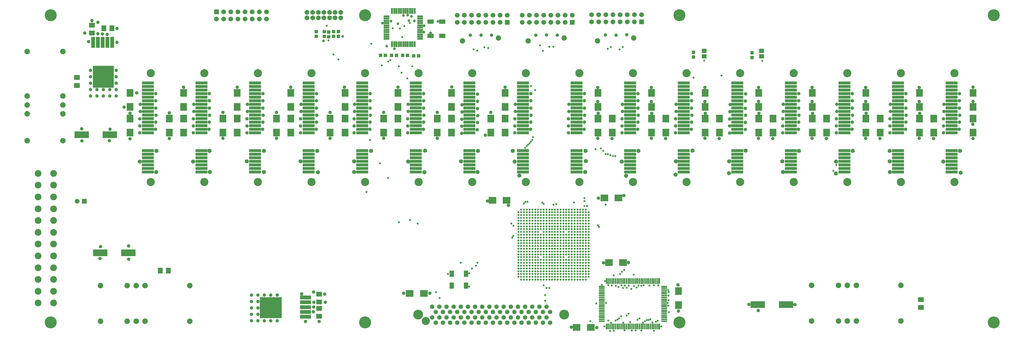
<source format=gts>
%FSLAX24Y24*%
%MOIN*%
G70*
G01*
G75*
G04 Layer_Color=8388736*
G04 Layer_Color=8388736*
%ADD10R,0.1024X0.0866*%
%ADD11C,0.0197*%
%ADD12R,0.0394X0.0433*%
%ADD13R,0.0433X0.0394*%
%ADD14R,0.0551X0.0787*%
%ADD15R,0.1575X0.0335*%
%ADD16R,0.0866X0.1024*%
%ADD17R,0.0197X0.0748*%
%ADD18R,0.0709X0.0630*%
%ADD19R,0.0630X0.0709*%
%ADD20R,0.0787X0.0551*%
%ADD21R,0.0709X0.0157*%
%ADD22R,0.0157X0.0709*%
%ADD23R,0.0748X0.0197*%
%ADD24R,0.1929X0.0898*%
%ADD25R,0.1929X0.0866*%
%ADD26R,0.3000X0.2900*%
%ADD27R,0.1500X0.0500*%
%ADD28R,0.2900X0.3000*%
%ADD29R,0.0500X0.1500*%
%ADD30R,0.0630X0.0512*%
%ADD31C,0.0060*%
%ADD32C,0.0110*%
%ADD33C,0.0080*%
%ADD34C,0.0160*%
%ADD35C,0.0240*%
%ADD36C,0.0300*%
%ADD37C,0.0180*%
%ADD38C,0.0200*%
%ADD39C,0.0100*%
%ADD40C,0.0140*%
%ADD41C,0.0120*%
%ADD42C,0.0591*%
%ADD43C,0.0700*%
%ADD44C,0.1600*%
%ADD45C,0.0669*%
%ADD46C,0.1063*%
%ADD47R,0.0591X0.0591*%
%ADD48C,0.0550*%
%ADD49C,0.1300*%
%ADD50C,0.0866*%
%ADD51C,0.0200*%
%ADD52C,0.0400*%
%ADD53C,0.0500*%
%ADD54C,0.0300*%
%ADD55R,0.0354X0.0276*%
%ADD56R,0.0276X0.0354*%
%ADD57R,0.0354X0.0945*%
%ADD58C,0.0098*%
%ADD59C,0.0079*%
%ADD60C,0.0040*%
%ADD61C,0.0070*%
%ADD62C,0.0150*%
%ADD63C,0.0600*%
%ADD64R,0.1104X0.0946*%
%ADD65C,0.0277*%
%ADD66R,0.0474X0.0513*%
%ADD67R,0.0513X0.0474*%
%ADD68R,0.0631X0.0867*%
%ADD69R,0.1655X0.0415*%
%ADD70R,0.0946X0.1104*%
%ADD71R,0.0277X0.0828*%
%ADD72R,0.0789X0.0710*%
%ADD73R,0.0710X0.0789*%
%ADD74R,0.0867X0.0631*%
%ADD75R,0.0789X0.0237*%
%ADD76R,0.0237X0.0789*%
%ADD77R,0.0828X0.0277*%
%ADD78R,0.2009X0.0978*%
%ADD79R,0.2009X0.0946*%
%ADD80R,0.3080X0.2980*%
%ADD81R,0.1580X0.0580*%
%ADD82R,0.2980X0.3080*%
%ADD83R,0.0580X0.1580*%
%ADD84R,0.0710X0.0592*%
%ADD85C,0.0671*%
%ADD86C,0.0780*%
%ADD87C,0.1680*%
%ADD88C,0.0749*%
%ADD89C,0.1143*%
%ADD90R,0.0671X0.0671*%
%ADD91C,0.0630*%
%ADD92C,0.1380*%
%ADD93C,0.0946*%
%ADD94C,0.0280*%
%ADD95C,0.0480*%
%ADD96C,0.0580*%
%ADD97C,0.0380*%
D64*
X103032Y40394D02*
D03*
X102402Y49449D02*
D03*
X104370D02*
D03*
X88701Y49134D02*
D03*
X86732D02*
D03*
X105000Y40394D02*
D03*
X77117Y36048D02*
D03*
X75148D02*
D03*
X100484Y31300D02*
D03*
X98516D02*
D03*
D65*
X91929Y40354D02*
D03*
X94685Y46654D02*
D03*
X95079Y38386D02*
D03*
X94291Y46654D02*
D03*
Y47047D02*
D03*
Y45866D02*
D03*
X95472Y38386D02*
D03*
X95866Y46654D02*
D03*
X96260Y47047D02*
D03*
X95866Y45866D02*
D03*
X95472D02*
D03*
X95079D02*
D03*
X94685D02*
D03*
X95472Y46260D02*
D03*
Y46654D02*
D03*
X94685Y37992D02*
D03*
X93898D02*
D03*
Y38386D02*
D03*
X96654Y38780D02*
D03*
X94291Y37992D02*
D03*
X95472Y45472D02*
D03*
X94685D02*
D03*
X95866Y45079D02*
D03*
X94685Y40748D02*
D03*
X94291Y40354D02*
D03*
X95079D02*
D03*
X94685D02*
D03*
X96260Y46260D02*
D03*
X94291D02*
D03*
Y38386D02*
D03*
X95866Y38780D02*
D03*
X94685Y39961D02*
D03*
X94291D02*
D03*
X97047Y40748D02*
D03*
X96654D02*
D03*
X96260D02*
D03*
X94291D02*
D03*
X93898D02*
D03*
X93504D02*
D03*
X93110D02*
D03*
X97441Y41142D02*
D03*
X96654D02*
D03*
X96260D02*
D03*
X95866D02*
D03*
X95079D02*
D03*
X94291D02*
D03*
X93898D02*
D03*
X93110D02*
D03*
X91142D02*
D03*
X97047Y41535D02*
D03*
X96654D02*
D03*
X95079D02*
D03*
X94685D02*
D03*
X94291D02*
D03*
X93898D02*
D03*
X93504D02*
D03*
X97047Y41929D02*
D03*
X96654D02*
D03*
X96260D02*
D03*
X95079D02*
D03*
X94685D02*
D03*
X94291D02*
D03*
X93898D02*
D03*
X93504D02*
D03*
X97047Y42323D02*
D03*
X95866D02*
D03*
X95079D02*
D03*
X94685D02*
D03*
X94291D02*
D03*
X93898D02*
D03*
X97047Y42717D02*
D03*
X95079D02*
D03*
X94685D02*
D03*
X94291D02*
D03*
X93898D02*
D03*
X93504D02*
D03*
X90354D02*
D03*
X97047Y43110D02*
D03*
X95079D02*
D03*
X94685D02*
D03*
X94291D02*
D03*
X93898D02*
D03*
X93504D02*
D03*
X92323D02*
D03*
X95866Y43504D02*
D03*
X95079D02*
D03*
X94685D02*
D03*
X94291D02*
D03*
X93898D02*
D03*
X93504D02*
D03*
X97047Y43898D02*
D03*
X96654D02*
D03*
X96260D02*
D03*
X95079D02*
D03*
X94685D02*
D03*
X94291D02*
D03*
X93898D02*
D03*
X93504D02*
D03*
X97047Y44291D02*
D03*
X96654D02*
D03*
X95079D02*
D03*
X94685D02*
D03*
X94291D02*
D03*
X93898D02*
D03*
X93504D02*
D03*
X96654Y44685D02*
D03*
X96260D02*
D03*
X95079D02*
D03*
X94685D02*
D03*
X94291D02*
D03*
X93898D02*
D03*
X91142D02*
D03*
X96654Y45079D02*
D03*
X96260D02*
D03*
X94291D02*
D03*
X92323Y45866D02*
D03*
X94685Y46260D02*
D03*
X93504Y47047D02*
D03*
X91142D02*
D03*
X90748Y47441D02*
D03*
X90354D02*
D03*
X95079Y37992D02*
D03*
X93504D02*
D03*
X93110D02*
D03*
X92717D02*
D03*
X90748D02*
D03*
X98622Y38386D02*
D03*
X97441D02*
D03*
X93504D02*
D03*
X93110D02*
D03*
X91929D02*
D03*
X90748D02*
D03*
X90354D02*
D03*
X93504Y38780D02*
D03*
X97441Y39567D02*
D03*
X94685D02*
D03*
X93110D02*
D03*
X99803Y39961D02*
D03*
X98622D02*
D03*
X92323D02*
D03*
X91929D02*
D03*
X90748D02*
D03*
X95079Y47835D02*
D03*
X90748D02*
D03*
X90354Y47047D02*
D03*
Y44291D02*
D03*
Y43898D02*
D03*
Y43110D02*
D03*
Y42323D02*
D03*
Y41929D02*
D03*
Y41535D02*
D03*
Y41142D02*
D03*
Y40748D02*
D03*
Y40354D02*
D03*
Y39961D02*
D03*
Y39567D02*
D03*
Y39173D02*
D03*
Y38780D02*
D03*
X90748Y47047D02*
D03*
Y46260D02*
D03*
Y43898D02*
D03*
Y42717D02*
D03*
Y42323D02*
D03*
Y41929D02*
D03*
Y41535D02*
D03*
Y41142D02*
D03*
Y40748D02*
D03*
Y40354D02*
D03*
Y39567D02*
D03*
Y39173D02*
D03*
Y38780D02*
D03*
X91142Y46654D02*
D03*
Y46260D02*
D03*
Y45866D02*
D03*
Y45472D02*
D03*
Y43504D02*
D03*
Y42717D02*
D03*
Y42323D02*
D03*
Y41929D02*
D03*
Y41535D02*
D03*
Y40748D02*
D03*
Y40354D02*
D03*
Y39961D02*
D03*
Y39567D02*
D03*
Y39173D02*
D03*
Y38780D02*
D03*
Y38386D02*
D03*
Y37992D02*
D03*
X91535Y46260D02*
D03*
Y45866D02*
D03*
Y45472D02*
D03*
Y44685D02*
D03*
Y44291D02*
D03*
Y43504D02*
D03*
Y43110D02*
D03*
Y42717D02*
D03*
Y42323D02*
D03*
Y41929D02*
D03*
Y41535D02*
D03*
Y41142D02*
D03*
Y40748D02*
D03*
Y40354D02*
D03*
Y39961D02*
D03*
Y39567D02*
D03*
Y39173D02*
D03*
Y38780D02*
D03*
Y38386D02*
D03*
Y37992D02*
D03*
X91929Y47047D02*
D03*
Y46654D02*
D03*
Y46260D02*
D03*
Y45472D02*
D03*
Y45079D02*
D03*
Y44685D02*
D03*
Y44291D02*
D03*
Y43898D02*
D03*
Y43504D02*
D03*
Y43110D02*
D03*
Y42717D02*
D03*
Y42323D02*
D03*
Y41929D02*
D03*
Y41535D02*
D03*
Y41142D02*
D03*
Y40748D02*
D03*
Y39567D02*
D03*
Y39173D02*
D03*
Y38780D02*
D03*
Y37992D02*
D03*
X92323Y47441D02*
D03*
Y47047D02*
D03*
Y46654D02*
D03*
Y46260D02*
D03*
Y45472D02*
D03*
Y45079D02*
D03*
Y44685D02*
D03*
Y44291D02*
D03*
Y43898D02*
D03*
Y43504D02*
D03*
Y42717D02*
D03*
Y42323D02*
D03*
Y41929D02*
D03*
Y41535D02*
D03*
Y41142D02*
D03*
Y40748D02*
D03*
Y40354D02*
D03*
Y39567D02*
D03*
Y39173D02*
D03*
Y38780D02*
D03*
Y38386D02*
D03*
Y37992D02*
D03*
X92717Y47441D02*
D03*
Y47047D02*
D03*
Y46654D02*
D03*
Y46260D02*
D03*
Y45866D02*
D03*
Y45472D02*
D03*
Y45079D02*
D03*
Y44685D02*
D03*
Y44291D02*
D03*
Y43898D02*
D03*
Y43504D02*
D03*
Y43110D02*
D03*
Y42717D02*
D03*
Y42323D02*
D03*
Y41929D02*
D03*
Y41535D02*
D03*
Y41142D02*
D03*
Y40748D02*
D03*
Y40354D02*
D03*
Y39961D02*
D03*
Y39567D02*
D03*
Y39173D02*
D03*
Y38780D02*
D03*
Y38386D02*
D03*
X93110Y47047D02*
D03*
Y46654D02*
D03*
Y45866D02*
D03*
Y45472D02*
D03*
Y45079D02*
D03*
Y44291D02*
D03*
Y43898D02*
D03*
Y43504D02*
D03*
Y43110D02*
D03*
Y42717D02*
D03*
Y42323D02*
D03*
Y41929D02*
D03*
Y41535D02*
D03*
Y40354D02*
D03*
Y39961D02*
D03*
Y39173D02*
D03*
Y38780D02*
D03*
X93504Y46654D02*
D03*
Y46260D02*
D03*
Y45866D02*
D03*
Y45472D02*
D03*
Y42323D02*
D03*
Y40354D02*
D03*
Y39961D02*
D03*
Y39567D02*
D03*
Y39173D02*
D03*
X93898Y46260D02*
D03*
Y45866D02*
D03*
Y45472D02*
D03*
Y40354D02*
D03*
Y39961D02*
D03*
Y39567D02*
D03*
Y39173D02*
D03*
Y38780D02*
D03*
X94291Y45472D02*
D03*
Y39567D02*
D03*
Y39173D02*
D03*
Y38780D02*
D03*
X94685Y47441D02*
D03*
Y47047D02*
D03*
Y45079D02*
D03*
Y41142D02*
D03*
Y39173D02*
D03*
Y38780D02*
D03*
Y38386D02*
D03*
X95079Y47441D02*
D03*
Y47047D02*
D03*
Y46654D02*
D03*
Y46260D02*
D03*
Y45472D02*
D03*
Y45079D02*
D03*
Y40748D02*
D03*
Y39961D02*
D03*
Y39567D02*
D03*
Y39173D02*
D03*
Y38780D02*
D03*
X95472Y47835D02*
D03*
Y45079D02*
D03*
Y44685D02*
D03*
Y44291D02*
D03*
Y43898D02*
D03*
Y43504D02*
D03*
Y43110D02*
D03*
Y42717D02*
D03*
Y42323D02*
D03*
Y41929D02*
D03*
Y41535D02*
D03*
Y41142D02*
D03*
Y40748D02*
D03*
Y40354D02*
D03*
Y39961D02*
D03*
Y39567D02*
D03*
Y39173D02*
D03*
Y38780D02*
D03*
Y37992D02*
D03*
X95866Y46260D02*
D03*
Y45472D02*
D03*
Y44685D02*
D03*
Y44291D02*
D03*
Y43898D02*
D03*
Y43110D02*
D03*
Y42717D02*
D03*
Y41929D02*
D03*
Y41535D02*
D03*
Y40748D02*
D03*
Y40354D02*
D03*
Y39961D02*
D03*
Y39567D02*
D03*
Y39173D02*
D03*
Y38386D02*
D03*
Y37992D02*
D03*
X96260Y46654D02*
D03*
Y45866D02*
D03*
Y45472D02*
D03*
Y44291D02*
D03*
Y43504D02*
D03*
Y43110D02*
D03*
Y42717D02*
D03*
Y42323D02*
D03*
Y41535D02*
D03*
Y40354D02*
D03*
Y39961D02*
D03*
Y39567D02*
D03*
Y39173D02*
D03*
Y38780D02*
D03*
Y38386D02*
D03*
Y37992D02*
D03*
X96654Y47047D02*
D03*
Y46654D02*
D03*
Y46260D02*
D03*
Y45866D02*
D03*
Y45472D02*
D03*
Y43504D02*
D03*
Y43110D02*
D03*
Y42717D02*
D03*
Y42323D02*
D03*
Y40354D02*
D03*
Y39961D02*
D03*
Y39567D02*
D03*
Y39173D02*
D03*
Y38386D02*
D03*
Y37992D02*
D03*
X97047Y47047D02*
D03*
Y46654D02*
D03*
Y46260D02*
D03*
Y45866D02*
D03*
Y45472D02*
D03*
Y40354D02*
D03*
Y39961D02*
D03*
Y39567D02*
D03*
Y39173D02*
D03*
Y38780D02*
D03*
Y38386D02*
D03*
Y37992D02*
D03*
X97441Y47047D02*
D03*
Y46654D02*
D03*
Y45866D02*
D03*
Y45472D02*
D03*
Y43898D02*
D03*
Y43504D02*
D03*
Y43110D02*
D03*
Y42717D02*
D03*
Y42323D02*
D03*
Y41929D02*
D03*
Y40748D02*
D03*
Y40354D02*
D03*
Y39961D02*
D03*
Y39173D02*
D03*
Y38780D02*
D03*
Y37992D02*
D03*
X97835Y47441D02*
D03*
Y47047D02*
D03*
Y46654D02*
D03*
Y46260D02*
D03*
Y45866D02*
D03*
Y45472D02*
D03*
Y45079D02*
D03*
Y44685D02*
D03*
Y44291D02*
D03*
Y43898D02*
D03*
Y43504D02*
D03*
Y43110D02*
D03*
Y42717D02*
D03*
Y42323D02*
D03*
Y41929D02*
D03*
Y41535D02*
D03*
Y41142D02*
D03*
Y40748D02*
D03*
Y40354D02*
D03*
Y39961D02*
D03*
Y39567D02*
D03*
Y39173D02*
D03*
Y38780D02*
D03*
Y38386D02*
D03*
Y37992D02*
D03*
X98228Y46654D02*
D03*
Y46260D02*
D03*
Y45866D02*
D03*
Y45472D02*
D03*
Y45079D02*
D03*
Y44685D02*
D03*
Y44291D02*
D03*
Y43898D02*
D03*
Y43504D02*
D03*
Y43110D02*
D03*
Y42717D02*
D03*
Y42323D02*
D03*
Y41929D02*
D03*
Y41535D02*
D03*
Y41142D02*
D03*
Y40748D02*
D03*
Y40354D02*
D03*
Y39961D02*
D03*
Y39567D02*
D03*
Y39173D02*
D03*
Y38780D02*
D03*
Y38386D02*
D03*
Y37992D02*
D03*
X98622Y47047D02*
D03*
Y46654D02*
D03*
Y46260D02*
D03*
Y45472D02*
D03*
Y45079D02*
D03*
Y44291D02*
D03*
Y43504D02*
D03*
Y43110D02*
D03*
Y42717D02*
D03*
Y42323D02*
D03*
Y41535D02*
D03*
Y41142D02*
D03*
Y40748D02*
D03*
Y40354D02*
D03*
Y39567D02*
D03*
Y39173D02*
D03*
Y38780D02*
D03*
Y37992D02*
D03*
X99016Y46260D02*
D03*
Y45866D02*
D03*
Y45079D02*
D03*
Y44291D02*
D03*
Y43898D02*
D03*
Y43504D02*
D03*
Y43110D02*
D03*
Y42717D02*
D03*
Y42323D02*
D03*
Y41929D02*
D03*
Y41535D02*
D03*
Y41142D02*
D03*
Y40748D02*
D03*
Y40354D02*
D03*
Y39961D02*
D03*
Y39567D02*
D03*
Y39173D02*
D03*
Y38780D02*
D03*
Y38386D02*
D03*
Y37992D02*
D03*
X99409Y47047D02*
D03*
Y46654D02*
D03*
Y45866D02*
D03*
Y45079D02*
D03*
Y44685D02*
D03*
Y44291D02*
D03*
Y43898D02*
D03*
Y43504D02*
D03*
Y42323D02*
D03*
Y41929D02*
D03*
Y41142D02*
D03*
Y40748D02*
D03*
Y40354D02*
D03*
Y39961D02*
D03*
Y39567D02*
D03*
Y39173D02*
D03*
Y38780D02*
D03*
Y38386D02*
D03*
Y37992D02*
D03*
X99803Y47835D02*
D03*
Y47441D02*
D03*
Y43504D02*
D03*
Y41142D02*
D03*
Y40748D02*
D03*
Y40354D02*
D03*
Y39567D02*
D03*
Y39173D02*
D03*
Y38780D02*
D03*
Y38386D02*
D03*
Y37992D02*
D03*
X100197Y47441D02*
D03*
Y43110D02*
D03*
Y41142D02*
D03*
Y40748D02*
D03*
Y40354D02*
D03*
Y39961D02*
D03*
Y39567D02*
D03*
Y39173D02*
D03*
Y38780D02*
D03*
Y38386D02*
D03*
X90748Y43110D02*
D03*
X91142D02*
D03*
Y43898D02*
D03*
X91535D02*
D03*
X90354Y43504D02*
D03*
X90748D02*
D03*
X90354Y44685D02*
D03*
X90748D02*
D03*
Y44291D02*
D03*
X91142D02*
D03*
X90748Y45472D02*
D03*
X90354D02*
D03*
Y45079D02*
D03*
X90748D02*
D03*
X91142D02*
D03*
X91535D02*
D03*
X90354Y46654D02*
D03*
X90748D02*
D03*
X90354Y46260D02*
D03*
Y45866D02*
D03*
X91142Y47835D02*
D03*
Y47441D02*
D03*
X91535Y47835D02*
D03*
Y47047D02*
D03*
Y47441D02*
D03*
Y46654D02*
D03*
X100197Y41929D02*
D03*
Y41535D02*
D03*
X99409D02*
D03*
X99803D02*
D03*
Y42323D02*
D03*
X100197D02*
D03*
X99409Y43110D02*
D03*
X99803D02*
D03*
X99409Y42717D02*
D03*
X99803D02*
D03*
Y44291D02*
D03*
X100197D02*
D03*
Y43898D02*
D03*
Y43504D02*
D03*
X98622Y44685D02*
D03*
X99016D02*
D03*
X99803D02*
D03*
X100197D02*
D03*
X99803Y45079D02*
D03*
X100197D02*
D03*
Y46260D02*
D03*
Y45866D02*
D03*
X99803Y45472D02*
D03*
X100197D02*
D03*
X97047Y47835D02*
D03*
Y47441D02*
D03*
X97441Y47835D02*
D03*
X97835D02*
D03*
X99016Y47441D02*
D03*
X99409D02*
D03*
X99016Y47835D02*
D03*
X99409D02*
D03*
X98228D02*
D03*
X98622D02*
D03*
X98228Y47441D02*
D03*
Y47047D02*
D03*
X99016D02*
D03*
Y46654D02*
D03*
X99409Y46260D02*
D03*
X99803D02*
D03*
Y47047D02*
D03*
X100197D02*
D03*
X99016Y45472D02*
D03*
X99409D02*
D03*
X99803Y46654D02*
D03*
X100197D02*
D03*
X91929Y47441D02*
D03*
X93110D02*
D03*
X94291D02*
D03*
X96260D02*
D03*
X97441D02*
D03*
X98622D02*
D03*
X93110Y46260D02*
D03*
X97441D02*
D03*
X90748Y45866D02*
D03*
X91929D02*
D03*
X98622D02*
D03*
X99803D02*
D03*
X93504Y45079D02*
D03*
X93898D02*
D03*
X97047D02*
D03*
X97441D02*
D03*
X93110Y44685D02*
D03*
X97441D02*
D03*
Y44291D02*
D03*
X98622Y43898D02*
D03*
X99803D02*
D03*
X97047Y43504D02*
D03*
X100197Y42717D02*
D03*
X98622Y41929D02*
D03*
X99803D02*
D03*
X97441Y41535D02*
D03*
X95866Y47835D02*
D03*
X96260D02*
D03*
X96654D02*
D03*
Y47441D02*
D03*
X93504Y47835D02*
D03*
Y47441D02*
D03*
X91929Y47835D02*
D03*
X92323D02*
D03*
X93898Y47047D02*
D03*
Y46654D02*
D03*
X92717Y47835D02*
D03*
X93110D02*
D03*
X95472Y47441D02*
D03*
X95866D02*
D03*
X95472Y47047D02*
D03*
X95866D02*
D03*
X93898Y47835D02*
D03*
X94291D02*
D03*
X94685D02*
D03*
X93898Y47441D02*
D03*
D66*
X123050Y69165D02*
D03*
X114850Y69215D02*
D03*
X64500Y72785D02*
D03*
X63800Y72735D02*
D03*
X64500Y72115D02*
D03*
X63800Y72065D02*
D03*
X63200Y72785D02*
D03*
Y72115D02*
D03*
X65150Y72785D02*
D03*
Y72115D02*
D03*
X62050Y72785D02*
D03*
Y72115D02*
D03*
X114850Y69885D02*
D03*
X123050Y69835D02*
D03*
D67*
X75715Y69400D02*
D03*
X74165Y69450D02*
D03*
X72615D02*
D03*
X74835D02*
D03*
X76385Y69400D02*
D03*
X71065Y69450D02*
D03*
X73285D02*
D03*
X71735D02*
D03*
D68*
X83024Y38819D02*
D03*
X81024D02*
D03*
X83024Y37165D02*
D03*
X81024D02*
D03*
D69*
X46006Y55574D02*
D03*
Y55074D02*
D03*
Y54074D02*
D03*
Y53574D02*
D03*
X143506Y65574D02*
D03*
Y65074D02*
D03*
Y64574D02*
D03*
Y64074D02*
D03*
Y63574D02*
D03*
Y63074D02*
D03*
Y62574D02*
D03*
Y62074D02*
D03*
Y61574D02*
D03*
Y61074D02*
D03*
Y60574D02*
D03*
Y60074D02*
D03*
Y59574D02*
D03*
Y59074D02*
D03*
Y53074D02*
D03*
Y54574D02*
D03*
Y56074D02*
D03*
Y58574D02*
D03*
X136006Y65574D02*
D03*
Y65074D02*
D03*
Y64574D02*
D03*
Y64074D02*
D03*
Y63574D02*
D03*
Y63074D02*
D03*
Y62574D02*
D03*
Y62074D02*
D03*
Y61574D02*
D03*
Y61074D02*
D03*
Y60574D02*
D03*
Y60074D02*
D03*
Y59574D02*
D03*
Y59074D02*
D03*
Y53074D02*
D03*
Y54574D02*
D03*
Y56074D02*
D03*
Y58574D02*
D03*
X128506Y65574D02*
D03*
Y65074D02*
D03*
Y64574D02*
D03*
Y64074D02*
D03*
Y63574D02*
D03*
Y63074D02*
D03*
Y62574D02*
D03*
Y62074D02*
D03*
Y61574D02*
D03*
Y61074D02*
D03*
Y60574D02*
D03*
Y60074D02*
D03*
Y59574D02*
D03*
Y59074D02*
D03*
Y53074D02*
D03*
Y54574D02*
D03*
Y56074D02*
D03*
Y58574D02*
D03*
X151006Y65574D02*
D03*
Y65074D02*
D03*
Y64574D02*
D03*
Y64074D02*
D03*
Y63574D02*
D03*
Y63074D02*
D03*
Y62574D02*
D03*
Y62074D02*
D03*
Y61574D02*
D03*
Y61074D02*
D03*
Y60574D02*
D03*
Y60074D02*
D03*
Y59574D02*
D03*
Y59074D02*
D03*
Y53074D02*
D03*
Y54574D02*
D03*
Y56074D02*
D03*
Y58574D02*
D03*
X106006Y65574D02*
D03*
Y65074D02*
D03*
Y64574D02*
D03*
Y64074D02*
D03*
Y63574D02*
D03*
Y63074D02*
D03*
Y62574D02*
D03*
Y62074D02*
D03*
Y61574D02*
D03*
Y61074D02*
D03*
Y60574D02*
D03*
Y60074D02*
D03*
Y59574D02*
D03*
Y59074D02*
D03*
Y53074D02*
D03*
Y54574D02*
D03*
Y56074D02*
D03*
Y58574D02*
D03*
X98506Y65574D02*
D03*
Y65074D02*
D03*
Y64574D02*
D03*
Y64074D02*
D03*
Y63574D02*
D03*
Y63074D02*
D03*
Y62574D02*
D03*
Y62074D02*
D03*
Y61574D02*
D03*
Y61074D02*
D03*
Y60574D02*
D03*
Y60074D02*
D03*
Y59574D02*
D03*
Y59074D02*
D03*
Y53074D02*
D03*
Y54574D02*
D03*
Y56074D02*
D03*
Y58574D02*
D03*
X121006Y65574D02*
D03*
Y65074D02*
D03*
Y64574D02*
D03*
Y64074D02*
D03*
Y63574D02*
D03*
Y63074D02*
D03*
Y62574D02*
D03*
Y62074D02*
D03*
Y61574D02*
D03*
Y61074D02*
D03*
Y60574D02*
D03*
Y60074D02*
D03*
Y59574D02*
D03*
Y59074D02*
D03*
Y53074D02*
D03*
Y54574D02*
D03*
Y56074D02*
D03*
Y58574D02*
D03*
X113506Y65574D02*
D03*
Y65074D02*
D03*
Y64574D02*
D03*
Y64074D02*
D03*
Y63574D02*
D03*
Y63074D02*
D03*
Y62574D02*
D03*
Y62074D02*
D03*
Y61574D02*
D03*
Y61074D02*
D03*
Y60574D02*
D03*
Y60074D02*
D03*
Y59574D02*
D03*
Y59074D02*
D03*
Y53074D02*
D03*
Y54574D02*
D03*
Y56074D02*
D03*
Y58574D02*
D03*
X76006Y65574D02*
D03*
Y65074D02*
D03*
Y64574D02*
D03*
Y64074D02*
D03*
Y63574D02*
D03*
Y63074D02*
D03*
Y62574D02*
D03*
Y62074D02*
D03*
Y61574D02*
D03*
Y61074D02*
D03*
Y60574D02*
D03*
Y60074D02*
D03*
Y59574D02*
D03*
Y59074D02*
D03*
Y53074D02*
D03*
Y54574D02*
D03*
Y56074D02*
D03*
Y58574D02*
D03*
X68506Y65574D02*
D03*
Y65074D02*
D03*
Y64574D02*
D03*
Y64074D02*
D03*
Y63574D02*
D03*
Y63074D02*
D03*
Y62574D02*
D03*
Y62074D02*
D03*
Y61574D02*
D03*
Y61074D02*
D03*
Y60574D02*
D03*
Y60074D02*
D03*
Y59574D02*
D03*
Y59074D02*
D03*
Y53074D02*
D03*
Y54574D02*
D03*
Y56074D02*
D03*
Y58574D02*
D03*
X91006Y65574D02*
D03*
Y65074D02*
D03*
Y64574D02*
D03*
Y64074D02*
D03*
Y63574D02*
D03*
Y63074D02*
D03*
Y62574D02*
D03*
Y62074D02*
D03*
Y61574D02*
D03*
Y61074D02*
D03*
Y60574D02*
D03*
Y60074D02*
D03*
Y59574D02*
D03*
Y59074D02*
D03*
Y53074D02*
D03*
Y54574D02*
D03*
Y56074D02*
D03*
Y58574D02*
D03*
X83506Y65574D02*
D03*
Y65074D02*
D03*
Y64574D02*
D03*
Y64074D02*
D03*
Y63574D02*
D03*
Y63074D02*
D03*
Y62574D02*
D03*
Y62074D02*
D03*
Y61574D02*
D03*
Y61074D02*
D03*
Y60574D02*
D03*
Y60074D02*
D03*
Y59574D02*
D03*
Y59074D02*
D03*
Y53074D02*
D03*
Y54574D02*
D03*
Y56074D02*
D03*
Y58574D02*
D03*
X46006Y65574D02*
D03*
Y65074D02*
D03*
Y64574D02*
D03*
Y64074D02*
D03*
Y63574D02*
D03*
Y63074D02*
D03*
Y62574D02*
D03*
Y62074D02*
D03*
Y61574D02*
D03*
Y61074D02*
D03*
Y60574D02*
D03*
Y60074D02*
D03*
Y59574D02*
D03*
Y59074D02*
D03*
Y53074D02*
D03*
Y54574D02*
D03*
Y56074D02*
D03*
Y58574D02*
D03*
X38506Y65574D02*
D03*
Y65074D02*
D03*
Y64574D02*
D03*
Y64074D02*
D03*
Y63574D02*
D03*
Y63074D02*
D03*
Y62574D02*
D03*
Y62074D02*
D03*
Y61574D02*
D03*
Y61074D02*
D03*
Y60574D02*
D03*
Y60074D02*
D03*
Y59574D02*
D03*
Y59074D02*
D03*
Y53074D02*
D03*
Y54574D02*
D03*
Y56074D02*
D03*
Y58574D02*
D03*
X61006Y65574D02*
D03*
Y65074D02*
D03*
Y64574D02*
D03*
Y64074D02*
D03*
Y63574D02*
D03*
Y63074D02*
D03*
Y62574D02*
D03*
Y62074D02*
D03*
Y61574D02*
D03*
Y61074D02*
D03*
Y60574D02*
D03*
Y60074D02*
D03*
Y59574D02*
D03*
Y59074D02*
D03*
Y53074D02*
D03*
Y54574D02*
D03*
Y56074D02*
D03*
Y58574D02*
D03*
X53506Y65574D02*
D03*
Y65074D02*
D03*
Y64574D02*
D03*
Y64074D02*
D03*
Y63574D02*
D03*
Y63074D02*
D03*
Y62574D02*
D03*
Y62074D02*
D03*
Y61574D02*
D03*
Y61074D02*
D03*
Y60574D02*
D03*
Y60074D02*
D03*
Y59574D02*
D03*
Y59074D02*
D03*
Y53074D02*
D03*
Y54574D02*
D03*
Y56074D02*
D03*
Y58574D02*
D03*
X38506Y55574D02*
D03*
Y55074D02*
D03*
Y53574D02*
D03*
Y54074D02*
D03*
X53506Y55574D02*
D03*
Y55074D02*
D03*
Y53574D02*
D03*
Y54074D02*
D03*
X61006Y55574D02*
D03*
Y55074D02*
D03*
Y53574D02*
D03*
Y54074D02*
D03*
X68506Y55574D02*
D03*
Y55074D02*
D03*
Y53574D02*
D03*
Y54074D02*
D03*
X76006Y55574D02*
D03*
Y55074D02*
D03*
Y53574D02*
D03*
Y54074D02*
D03*
X83506Y55574D02*
D03*
Y55074D02*
D03*
Y53574D02*
D03*
Y54074D02*
D03*
X91006Y55574D02*
D03*
Y55074D02*
D03*
Y53574D02*
D03*
Y54074D02*
D03*
X151006Y55574D02*
D03*
Y55074D02*
D03*
Y53574D02*
D03*
Y54074D02*
D03*
X128506Y55574D02*
D03*
Y55074D02*
D03*
Y53574D02*
D03*
Y54074D02*
D03*
X136006Y55574D02*
D03*
Y55074D02*
D03*
Y53574D02*
D03*
Y54074D02*
D03*
X143506Y55574D02*
D03*
Y55074D02*
D03*
Y53574D02*
D03*
Y54074D02*
D03*
X98506Y55574D02*
D03*
Y55074D02*
D03*
Y53574D02*
D03*
Y54074D02*
D03*
X106006Y55574D02*
D03*
Y55074D02*
D03*
Y53574D02*
D03*
Y54074D02*
D03*
X113506Y55574D02*
D03*
Y55074D02*
D03*
Y53574D02*
D03*
Y54074D02*
D03*
X121006Y55574D02*
D03*
Y55074D02*
D03*
Y53574D02*
D03*
Y54074D02*
D03*
D70*
X81000Y64184D02*
D03*
Y62216D02*
D03*
X58500D02*
D03*
Y64184D02*
D03*
X64000Y58616D02*
D03*
Y60584D02*
D03*
X58500Y58616D02*
D03*
Y60584D02*
D03*
X51000Y62216D02*
D03*
Y64184D02*
D03*
X49000Y58616D02*
D03*
Y60584D02*
D03*
X43500Y58616D02*
D03*
Y60584D02*
D03*
X112750Y34416D02*
D03*
Y36384D02*
D03*
X146500Y62216D02*
D03*
Y64184D02*
D03*
Y58616D02*
D03*
Y60584D02*
D03*
X141000Y58616D02*
D03*
Y60584D02*
D03*
X139000Y62216D02*
D03*
Y64184D02*
D03*
Y58616D02*
D03*
Y60584D02*
D03*
X133500Y58616D02*
D03*
Y60584D02*
D03*
X131500Y62216D02*
D03*
Y64184D02*
D03*
Y58616D02*
D03*
Y60584D02*
D03*
X126000Y58616D02*
D03*
Y60584D02*
D03*
X154000Y62216D02*
D03*
Y64184D02*
D03*
Y58616D02*
D03*
Y60584D02*
D03*
X148500Y58616D02*
D03*
Y60584D02*
D03*
X109000Y62216D02*
D03*
Y64184D02*
D03*
Y58616D02*
D03*
Y60584D02*
D03*
X103500Y58616D02*
D03*
Y60584D02*
D03*
X101500Y62216D02*
D03*
Y64184D02*
D03*
Y58616D02*
D03*
Y60584D02*
D03*
X124000Y62216D02*
D03*
Y64184D02*
D03*
Y58616D02*
D03*
Y60584D02*
D03*
X118500Y58616D02*
D03*
Y60584D02*
D03*
X116500Y62216D02*
D03*
Y64184D02*
D03*
Y58616D02*
D03*
Y60584D02*
D03*
X111000Y58616D02*
D03*
Y60584D02*
D03*
X73500Y62216D02*
D03*
Y64184D02*
D03*
X79000Y58616D02*
D03*
Y60584D02*
D03*
X73500Y58616D02*
D03*
Y60584D02*
D03*
X88500Y58616D02*
D03*
Y60584D02*
D03*
X86500Y58616D02*
D03*
Y60584D02*
D03*
X81000Y58616D02*
D03*
Y60584D02*
D03*
X66100Y62216D02*
D03*
Y64184D02*
D03*
X71500Y58616D02*
D03*
Y60584D02*
D03*
X66100Y58616D02*
D03*
Y60584D02*
D03*
X36000Y58616D02*
D03*
Y60584D02*
D03*
Y62216D02*
D03*
Y64184D02*
D03*
X51000Y60584D02*
D03*
Y58616D02*
D03*
X43500Y64184D02*
D03*
Y62216D02*
D03*
X41500Y60584D02*
D03*
Y58616D02*
D03*
X88500Y64184D02*
D03*
Y62216D02*
D03*
X56500Y60584D02*
D03*
Y58616D02*
D03*
D71*
X74880Y75693D02*
D03*
X75825D02*
D03*
X75510D02*
D03*
X75195D02*
D03*
X74565D02*
D03*
X74250D02*
D03*
X73935D02*
D03*
X73620D02*
D03*
X73305D02*
D03*
X72990D02*
D03*
X72675D02*
D03*
X75825Y71007D02*
D03*
X75510D02*
D03*
X75195D02*
D03*
X74880D02*
D03*
X74565D02*
D03*
X74250D02*
D03*
X73935D02*
D03*
X73620D02*
D03*
X72990D02*
D03*
X72675D02*
D03*
X73305D02*
D03*
D72*
X28553Y65240D02*
D03*
Y66343D02*
D03*
X146700Y34099D02*
D03*
Y35201D02*
D03*
X62450Y33951D02*
D03*
Y32849D02*
D03*
Y35951D02*
D03*
Y34849D02*
D03*
X30650Y73701D02*
D03*
Y72599D02*
D03*
D73*
X40249Y39250D02*
D03*
X41351D02*
D03*
X32349Y73250D02*
D03*
X33451D02*
D03*
D74*
X78050Y74200D02*
D03*
Y72200D02*
D03*
X79704D02*
D03*
Y74200D02*
D03*
D75*
X110772Y37031D02*
D03*
Y36775D02*
D03*
Y36519D02*
D03*
Y36263D02*
D03*
Y36007D02*
D03*
Y35752D02*
D03*
Y35496D02*
D03*
Y35240D02*
D03*
Y34984D02*
D03*
Y34728D02*
D03*
Y34472D02*
D03*
Y34216D02*
D03*
Y33960D02*
D03*
Y33704D02*
D03*
Y33193D02*
D03*
Y32937D02*
D03*
Y32681D02*
D03*
Y32425D02*
D03*
Y32169D02*
D03*
X102028D02*
D03*
Y32425D02*
D03*
Y32681D02*
D03*
Y32937D02*
D03*
Y33193D02*
D03*
Y33448D02*
D03*
Y33704D02*
D03*
Y33960D02*
D03*
Y34216D02*
D03*
Y34472D02*
D03*
Y34728D02*
D03*
Y34984D02*
D03*
Y35240D02*
D03*
Y35496D02*
D03*
Y35752D02*
D03*
Y36007D02*
D03*
Y36263D02*
D03*
Y36519D02*
D03*
Y36775D02*
D03*
Y37031D02*
D03*
X110772Y33448D02*
D03*
D76*
X110111Y31409D02*
D03*
X109855D02*
D03*
X109599D02*
D03*
X109343D02*
D03*
X109087D02*
D03*
X108831D02*
D03*
X108575D02*
D03*
X108319D02*
D03*
X108063D02*
D03*
X107807D02*
D03*
X107552D02*
D03*
X107296D02*
D03*
X107040Y31409D02*
D03*
X106784Y31409D02*
D03*
X106528D02*
D03*
X106272D02*
D03*
X106016D02*
D03*
X105760D02*
D03*
X105504D02*
D03*
X105248D02*
D03*
X104993D02*
D03*
X104737D02*
D03*
X104481D02*
D03*
X104225D02*
D03*
X103969D02*
D03*
X103713D02*
D03*
X103457D02*
D03*
X103201D02*
D03*
X102945D02*
D03*
X102689D02*
D03*
Y37791D02*
D03*
X102945D02*
D03*
X103201D02*
D03*
X103457D02*
D03*
X103713D02*
D03*
X103969D02*
D03*
X104225D02*
D03*
X104481D02*
D03*
X104737D02*
D03*
X104993D02*
D03*
X105248D02*
D03*
X105504D02*
D03*
X105760D02*
D03*
X106016D02*
D03*
X106272D02*
D03*
X106528D02*
D03*
X106784D02*
D03*
X107040D02*
D03*
X107296D02*
D03*
X107552D02*
D03*
X107807D02*
D03*
X108063D02*
D03*
X108319D02*
D03*
X108575D02*
D03*
X108831D02*
D03*
X109087D02*
D03*
X109343D02*
D03*
X109599D02*
D03*
X109855D02*
D03*
X110111D02*
D03*
D77*
X76593Y71775D02*
D03*
Y72090D02*
D03*
Y72405D02*
D03*
Y72720D02*
D03*
Y73035D02*
D03*
Y73350D02*
D03*
Y73665D02*
D03*
Y73980D02*
D03*
Y74295D02*
D03*
Y74610D02*
D03*
Y74925D02*
D03*
X71907Y71775D02*
D03*
Y72090D02*
D03*
Y72405D02*
D03*
Y72720D02*
D03*
Y73035D02*
D03*
Y73350D02*
D03*
Y73665D02*
D03*
Y73980D02*
D03*
Y74295D02*
D03*
Y74610D02*
D03*
Y74925D02*
D03*
D78*
X127818Y34500D02*
D03*
X31832Y41750D02*
D03*
X29222Y58312D02*
D03*
D79*
X123882Y34500D02*
D03*
X35768Y41750D02*
D03*
X33159Y58312D02*
D03*
D80*
X55700Y34050D02*
D03*
D81*
X60550Y35480D02*
D03*
Y34810D02*
D03*
Y34140D02*
D03*
Y33470D02*
D03*
Y32800D02*
D03*
D82*
X32259Y66450D02*
D03*
D83*
X30829Y71300D02*
D03*
X31499D02*
D03*
X32169D02*
D03*
X32839D02*
D03*
X33509D02*
D03*
D84*
X116350Y69326D02*
D03*
Y70074D02*
D03*
X124400Y69326D02*
D03*
Y70074D02*
D03*
D85*
X94900Y74100D02*
D03*
X28600Y49000D02*
D03*
X60776Y74713D02*
D03*
Y75500D02*
D03*
X61563Y74713D02*
D03*
Y75500D02*
D03*
X62350Y74713D02*
D03*
Y75500D02*
D03*
X63138Y74713D02*
D03*
Y75500D02*
D03*
X63925Y74713D02*
D03*
Y75500D02*
D03*
X64713Y74713D02*
D03*
Y75500D02*
D03*
X65500Y74713D02*
D03*
Y75500D02*
D03*
X55100Y74550D02*
D03*
Y75550D02*
D03*
X54100Y74550D02*
D03*
Y75550D02*
D03*
X53100Y74550D02*
D03*
Y75550D02*
D03*
X52100Y74550D02*
D03*
Y75550D02*
D03*
X51100Y74550D02*
D03*
Y75550D02*
D03*
X50100Y74550D02*
D03*
Y75550D02*
D03*
X49100Y74550D02*
D03*
Y75550D02*
D03*
X48100Y74550D02*
D03*
X100600Y75150D02*
D03*
Y74150D02*
D03*
X101600Y75150D02*
D03*
Y74150D02*
D03*
X102600Y75150D02*
D03*
Y74150D02*
D03*
X103600Y75150D02*
D03*
Y74150D02*
D03*
X104600Y75150D02*
D03*
Y74150D02*
D03*
X105600Y75150D02*
D03*
Y74150D02*
D03*
X106600Y75150D02*
D03*
Y74150D02*
D03*
X107600Y75150D02*
D03*
X90900Y75100D02*
D03*
Y74100D02*
D03*
X91900Y75100D02*
D03*
Y74100D02*
D03*
X92900Y75100D02*
D03*
Y74100D02*
D03*
X93900Y75100D02*
D03*
Y74100D02*
D03*
X94900Y75100D02*
D03*
X95900D02*
D03*
Y74100D02*
D03*
X96900Y75100D02*
D03*
Y74100D02*
D03*
X97900Y75100D02*
D03*
X81800D02*
D03*
Y74100D02*
D03*
X82800Y75100D02*
D03*
Y74100D02*
D03*
X83800Y75100D02*
D03*
Y74100D02*
D03*
X84800Y75100D02*
D03*
Y74100D02*
D03*
X85800Y75100D02*
D03*
Y74100D02*
D03*
X86800Y75100D02*
D03*
Y74100D02*
D03*
X87800Y75100D02*
D03*
Y74100D02*
D03*
X88800Y75100D02*
D03*
D86*
X135150Y37200D02*
D03*
X136400D02*
D03*
X137650D02*
D03*
X143900D02*
D03*
Y32200D02*
D03*
X137650D02*
D03*
X136400D02*
D03*
X135150D02*
D03*
X131400D02*
D03*
Y37200D02*
D03*
X35600Y37150D02*
D03*
X36850D02*
D03*
X38100D02*
D03*
X44350D02*
D03*
Y32150D02*
D03*
X38100D02*
D03*
X36850D02*
D03*
X35600D02*
D03*
X31850D02*
D03*
Y37150D02*
D03*
X21603Y57492D02*
D03*
X26603D02*
D03*
Y61242D02*
D03*
Y62492D02*
D03*
Y63742D02*
D03*
Y69992D02*
D03*
X21603D02*
D03*
Y63742D02*
D03*
Y62492D02*
D03*
Y61242D02*
D03*
D87*
X156900Y32000D02*
D03*
Y75100D02*
D03*
X112900Y32000D02*
D03*
Y75100D02*
D03*
X68900Y32000D02*
D03*
Y75100D02*
D03*
X24900D02*
D03*
Y32000D02*
D03*
D88*
X96768Y71894D02*
D03*
X91717Y71500D02*
D03*
X106490Y71894D02*
D03*
X101439Y71500D02*
D03*
X87569Y71894D02*
D03*
X82517Y71500D02*
D03*
D89*
X143900Y51700D02*
D03*
Y66948D02*
D03*
X136400Y51700D02*
D03*
Y66948D02*
D03*
X128900Y51700D02*
D03*
Y66948D02*
D03*
X151400Y51700D02*
D03*
Y66948D02*
D03*
X106400Y51700D02*
D03*
Y66948D02*
D03*
X98900Y51700D02*
D03*
Y66948D02*
D03*
X121400Y51700D02*
D03*
Y66948D02*
D03*
X113900Y51700D02*
D03*
Y66948D02*
D03*
X76400Y51700D02*
D03*
Y66948D02*
D03*
X68900Y51700D02*
D03*
Y66948D02*
D03*
X91400Y51700D02*
D03*
Y66948D02*
D03*
X83900Y51700D02*
D03*
Y66948D02*
D03*
X46400Y51700D02*
D03*
Y66948D02*
D03*
X38900Y51700D02*
D03*
Y66948D02*
D03*
X61400Y51700D02*
D03*
Y66948D02*
D03*
X53900Y51700D02*
D03*
Y66948D02*
D03*
X77406Y32206D02*
D03*
D90*
X29600Y49000D02*
D03*
X48100Y75550D02*
D03*
X107600Y74150D02*
D03*
X97900Y74100D02*
D03*
X88800D02*
D03*
D91*
X91800Y31950D02*
D03*
Y33450D02*
D03*
X90800Y31950D02*
D03*
X89800D02*
D03*
X88800D02*
D03*
X91300Y32700D02*
D03*
X90300D02*
D03*
X89300D02*
D03*
X88300D02*
D03*
X87800Y31950D02*
D03*
X86800D02*
D03*
X85800D02*
D03*
X87300Y32700D02*
D03*
X86300D02*
D03*
X84800Y31950D02*
D03*
X85300Y32700D02*
D03*
X90800Y33450D02*
D03*
X89800D02*
D03*
X88800D02*
D03*
X91300Y34200D02*
D03*
X90300D02*
D03*
X89300D02*
D03*
X88300D02*
D03*
X87800Y33450D02*
D03*
X86800D02*
D03*
X85800D02*
D03*
X87300Y34200D02*
D03*
X86300D02*
D03*
X84800Y33450D02*
D03*
X85300Y34200D02*
D03*
X83800Y31950D02*
D03*
X82800D02*
D03*
X81800D02*
D03*
X84300Y32700D02*
D03*
X83300D02*
D03*
X82300D02*
D03*
X81300D02*
D03*
X80800Y31950D02*
D03*
X79800D02*
D03*
X78800D02*
D03*
X80300Y32700D02*
D03*
X79300D02*
D03*
X78300D02*
D03*
X83800Y33450D02*
D03*
X82800D02*
D03*
X81800D02*
D03*
X84300Y34200D02*
D03*
X83300D02*
D03*
X82300D02*
D03*
X81300D02*
D03*
X80800Y33450D02*
D03*
X79800D02*
D03*
X78800D02*
D03*
X80300Y34200D02*
D03*
X79300D02*
D03*
X78300D02*
D03*
X94800Y31950D02*
D03*
X93800D02*
D03*
X94800Y33450D02*
D03*
X94300Y32700D02*
D03*
Y34200D02*
D03*
X93300Y32700D02*
D03*
X92800Y31950D02*
D03*
X92300Y32700D02*
D03*
X93800Y33450D02*
D03*
X93300Y34200D02*
D03*
X92800Y33450D02*
D03*
X92300Y34200D02*
D03*
D92*
X76340Y33075D02*
D03*
X96760D02*
D03*
D93*
X23135Y34711D02*
D03*
Y36365D02*
D03*
Y38018D02*
D03*
Y39672D02*
D03*
Y41325D02*
D03*
Y42979D02*
D03*
Y44632D02*
D03*
Y46286D02*
D03*
Y47939D02*
D03*
Y49593D02*
D03*
Y51246D02*
D03*
Y52900D02*
D03*
X25300Y34711D02*
D03*
Y36365D02*
D03*
Y38018D02*
D03*
Y39672D02*
D03*
Y41325D02*
D03*
Y42979D02*
D03*
Y44632D02*
D03*
Y46286D02*
D03*
Y47939D02*
D03*
Y49593D02*
D03*
Y51246D02*
D03*
Y52900D02*
D03*
D94*
X98130Y48819D02*
D03*
X102559Y48524D02*
D03*
X101280Y34646D02*
D03*
X102028Y37264D02*
D03*
X102465Y37791D02*
D03*
X103445Y37146D02*
D03*
X102945Y37212D02*
D03*
X89491Y43875D02*
D03*
X89635Y44125D02*
D03*
X72146Y68602D02*
D03*
X106496Y38681D02*
D03*
X84100Y70275D02*
D03*
X84600Y70124D02*
D03*
X85600Y70601D02*
D03*
X86122Y70503D02*
D03*
X93799Y70079D02*
D03*
X93406Y70866D02*
D03*
X94685Y70669D02*
D03*
X95250Y70644D02*
D03*
X103302Y70625D02*
D03*
X102854Y70374D02*
D03*
X104975Y70625D02*
D03*
X104528Y70276D02*
D03*
X80512Y38780D02*
D03*
X83465Y37008D02*
D03*
Y38878D02*
D03*
X64468Y69587D02*
D03*
X69587Y57579D02*
D03*
X84646Y40354D02*
D03*
X65157Y68898D02*
D03*
X69094Y50295D02*
D03*
X82283Y40354D02*
D03*
X70965Y54331D02*
D03*
X83858Y39567D02*
D03*
X72146Y52264D02*
D03*
X84449Y39961D02*
D03*
X78839Y36220D02*
D03*
X74803Y66240D02*
D03*
X76280Y45866D02*
D03*
X72441Y68799D02*
D03*
X73622Y46063D02*
D03*
X74016Y67028D02*
D03*
X75197Y46358D02*
D03*
X63780Y71555D02*
D03*
X79331Y35433D02*
D03*
X91634Y48917D02*
D03*
X118799Y66634D02*
D03*
X114862Y66339D02*
D03*
X99606Y49409D02*
D03*
Y49016D02*
D03*
X99952Y48327D02*
D03*
X99606D02*
D03*
X93898Y48622D02*
D03*
X93701Y48819D02*
D03*
X94094Y35827D02*
D03*
Y35039D02*
D03*
X101181Y56299D02*
D03*
X93898Y37205D02*
D03*
X94291Y36811D02*
D03*
X94685Y36811D02*
D03*
X92126Y65157D02*
D03*
X100433Y32165D02*
D03*
X102945Y32252D02*
D03*
X103201Y30800D02*
D03*
X105512Y32953D02*
D03*
X105760Y33216D02*
D03*
X107040Y32370D02*
D03*
X107283Y32559D02*
D03*
X108063Y32173D02*
D03*
X108319Y32311D02*
D03*
X108583Y32323D02*
D03*
X108831Y32429D02*
D03*
X109599Y32094D02*
D03*
X109855Y32232D02*
D03*
X103701Y38583D02*
D03*
X104606Y38780D02*
D03*
X104370Y36969D02*
D03*
X105000Y36811D02*
D03*
X104843Y39094D02*
D03*
X105512Y36850D02*
D03*
X105157Y39370D02*
D03*
X106181Y36693D02*
D03*
X106890Y36890D02*
D03*
X102410Y31409D02*
D03*
X102634Y34728D02*
D03*
X103713Y30815D02*
D03*
X104016Y37126D02*
D03*
X104803Y37205D02*
D03*
X105039Y31969D02*
D03*
X106016Y32015D02*
D03*
X106772Y30866D02*
D03*
X107807Y31956D02*
D03*
X105787Y37165D02*
D03*
X107165D02*
D03*
X107913Y37205D02*
D03*
X108701Y37165D02*
D03*
X110363Y31409D02*
D03*
X109087Y32000D02*
D03*
X109921Y37205D02*
D03*
X111417Y33425D02*
D03*
X111339Y34370D02*
D03*
X111322Y36519D02*
D03*
X111378Y35079D02*
D03*
X111374Y35752D02*
D03*
X116378Y68740D02*
D03*
X124488Y68701D02*
D03*
X72756Y73268D02*
D03*
X73780Y73228D02*
D03*
X74409Y73543D02*
D03*
X75161Y73980D02*
D03*
X91299Y56496D02*
D03*
X91535Y56732D02*
D03*
X91732Y56929D02*
D03*
X91929Y57126D02*
D03*
X101890Y56378D02*
D03*
X92087Y57362D02*
D03*
X92283Y57598D02*
D03*
X92402Y57992D02*
D03*
X92709Y64574D02*
D03*
X102244Y56063D02*
D03*
X102559Y55630D02*
D03*
X102874Y55591D02*
D03*
X103228Y55472D02*
D03*
X103583Y55315D02*
D03*
X105236Y37165D02*
D03*
X109343Y37178D02*
D03*
X107552Y37133D02*
D03*
X106535Y37087D02*
D03*
X104737Y32862D02*
D03*
X104481Y32567D02*
D03*
X104225Y32389D02*
D03*
X103969Y32252D02*
D03*
X111414Y36263D02*
D03*
X111260Y34724D02*
D03*
X109331Y30827D02*
D03*
X107552Y30859D02*
D03*
X106227Y30860D02*
D03*
X105248Y30878D02*
D03*
X103344Y31966D02*
D03*
X63543Y73622D02*
D03*
X75512Y67913D02*
D03*
X73622Y67913D02*
D03*
X74094Y72008D02*
D03*
X71220Y68071D02*
D03*
X69764Y71102D02*
D03*
X91339Y48898D02*
D03*
X91142Y48661D02*
D03*
X89370Y45866D02*
D03*
X89665Y45571D02*
D03*
X134449Y53248D02*
D03*
X134881Y54074D02*
D03*
X101625Y45375D02*
D03*
X101500Y45625D02*
D03*
X95669Y48581D02*
D03*
X95276Y48474D02*
D03*
X103937Y55315D02*
D03*
D95*
X86024Y49016D02*
D03*
X88976Y48425D02*
D03*
X101575Y49409D02*
D03*
X105118Y49803D02*
D03*
X102264Y40354D02*
D03*
X105768Y40394D02*
D03*
X35787Y40866D02*
D03*
X52992Y32227D02*
D03*
Y33127D02*
D03*
X53892Y32227D02*
D03*
Y33127D02*
D03*
X52992Y34027D02*
D03*
Y34927D02*
D03*
X53892Y34027D02*
D03*
X52992Y35827D02*
D03*
X35787Y42717D02*
D03*
X54792Y32227D02*
D03*
Y33127D02*
D03*
X55692Y32227D02*
D03*
X56592D02*
D03*
X54792Y34027D02*
D03*
X53892Y34927D02*
D03*
X55692Y33127D02*
D03*
Y34027D02*
D03*
X56592Y33127D02*
D03*
Y34027D02*
D03*
X61693Y34173D02*
D03*
X54792Y34927D02*
D03*
X53892Y35827D02*
D03*
X55692Y34927D02*
D03*
X56592D02*
D03*
X54792Y35827D02*
D03*
X55692D02*
D03*
X56592D02*
D03*
X63222Y35951D02*
D03*
X61683Y36250D02*
D03*
X33110Y57480D02*
D03*
X33189Y59094D02*
D03*
X39586Y60079D02*
D03*
X47086D02*
D03*
X54586D02*
D03*
X62086D02*
D03*
X69586D02*
D03*
X74311Y36083D02*
D03*
X97756Y31339D02*
D03*
X77086Y60079D02*
D03*
X84623Y60020D02*
D03*
X92086Y60079D02*
D03*
X37382Y60551D02*
D03*
X35984Y61339D02*
D03*
X39626Y61063D02*
D03*
X44882Y60551D02*
D03*
X41500Y61382D02*
D03*
X30477Y63741D02*
D03*
X31377D02*
D03*
X32277D02*
D03*
X33177D02*
D03*
X34077D02*
D03*
X39590Y63074D02*
D03*
X47090D02*
D03*
X39607Y64074D02*
D03*
X52382Y60551D02*
D03*
X47126Y61063D02*
D03*
X59882Y60551D02*
D03*
X67382D02*
D03*
X49016Y61457D02*
D03*
X54626Y61063D02*
D03*
X47107Y64074D02*
D03*
X54590Y63074D02*
D03*
X56516Y61457D02*
D03*
X62126Y61063D02*
D03*
X64016Y61457D02*
D03*
X62090Y63074D02*
D03*
X30477Y64641D02*
D03*
Y65541D02*
D03*
X31377Y64641D02*
D03*
Y65541D02*
D03*
X30477Y66441D02*
D03*
X32277Y64641D02*
D03*
Y65541D02*
D03*
X33177Y64641D02*
D03*
Y65541D02*
D03*
X31377Y66441D02*
D03*
X32277D02*
D03*
X33177D02*
D03*
X30477Y67341D02*
D03*
X29650Y72603D02*
D03*
X30669Y74331D02*
D03*
X31377Y67341D02*
D03*
X32277D02*
D03*
X33177D02*
D03*
X32131Y72442D02*
D03*
X34077Y64641D02*
D03*
X36940Y64184D02*
D03*
X43504Y65000D02*
D03*
X51004D02*
D03*
X54607Y64074D02*
D03*
X62107D02*
D03*
X34077Y65541D02*
D03*
Y66441D02*
D03*
Y67341D02*
D03*
X58504Y65000D02*
D03*
X66004D02*
D03*
X74882Y60551D02*
D03*
X69626Y61063D02*
D03*
X71516Y61457D02*
D03*
X82419Y60493D02*
D03*
X77126Y61063D02*
D03*
X69590Y63074D02*
D03*
X69607Y64074D02*
D03*
X79016Y61457D02*
D03*
X77090Y63074D02*
D03*
X77107Y64074D02*
D03*
X89882Y60551D02*
D03*
X84663Y61004D02*
D03*
X97382Y60551D02*
D03*
X92126Y61063D02*
D03*
X86516Y61457D02*
D03*
X84627Y63016D02*
D03*
X84644Y64016D02*
D03*
X92090Y63074D02*
D03*
X92107Y64074D02*
D03*
X73504Y65000D02*
D03*
X81023Y65039D02*
D03*
X83622Y72283D02*
D03*
X85118D02*
D03*
X88504Y65000D02*
D03*
X86614Y72283D02*
D03*
X92799Y72280D02*
D03*
X95799Y72295D02*
D03*
X94291Y72323D02*
D03*
X123937Y33661D02*
D03*
X122638Y34527D02*
D03*
X112716Y37244D02*
D03*
X99586Y60079D02*
D03*
X104882Y60551D02*
D03*
X99626Y61063D02*
D03*
X107086Y60079D02*
D03*
X112382Y60551D02*
D03*
X114586Y60079D02*
D03*
X122143Y60060D02*
D03*
X119938Y60532D02*
D03*
X99590Y63074D02*
D03*
X101535Y61338D02*
D03*
X99607Y64074D02*
D03*
X101456Y64960D02*
D03*
X107090Y63074D02*
D03*
X102521Y72324D02*
D03*
X104021Y72289D02*
D03*
X105521Y72353D02*
D03*
X107126Y61063D02*
D03*
X109035Y61338D02*
D03*
X114590Y63074D02*
D03*
X114626Y61063D02*
D03*
X122182Y61044D02*
D03*
X116535Y61338D02*
D03*
X122146Y63055D02*
D03*
X107107Y64074D02*
D03*
X114607D02*
D03*
X108956Y64960D02*
D03*
X122163Y64055D02*
D03*
X116456Y64960D02*
D03*
X123956D02*
D03*
X129586Y60079D02*
D03*
X127382Y60551D02*
D03*
X134882D02*
D03*
X137086Y60079D02*
D03*
X144586D02*
D03*
X142382Y60551D02*
D03*
X153976Y59803D02*
D03*
X149882Y60551D02*
D03*
X152086Y60079D02*
D03*
X129626Y61063D02*
D03*
X124035Y61338D02*
D03*
X129590Y63074D02*
D03*
X131535Y61338D02*
D03*
X137126Y61063D02*
D03*
X129607Y64074D02*
D03*
X137090Y63074D02*
D03*
X131456Y64960D02*
D03*
X137107Y64074D02*
D03*
X144626Y61063D02*
D03*
X139035Y61338D02*
D03*
X144590Y63074D02*
D03*
X146535Y61338D02*
D03*
X152126Y61063D02*
D03*
X144607Y64074D02*
D03*
X138956Y64960D02*
D03*
X146456D02*
D03*
X152090Y63074D02*
D03*
X152107Y64074D02*
D03*
X154000Y64984D02*
D03*
X37436Y62574D02*
D03*
X39586Y62047D02*
D03*
X37421Y61575D02*
D03*
X37382Y59567D02*
D03*
X39567Y59074D02*
D03*
X37382Y58583D02*
D03*
X44936Y62574D02*
D03*
X47086Y62047D02*
D03*
X44921Y61575D02*
D03*
X44882Y59567D02*
D03*
X47067Y59074D02*
D03*
X44882Y58583D02*
D03*
X52436Y62574D02*
D03*
X54586Y62047D02*
D03*
X52421Y61575D02*
D03*
X52382Y59567D02*
D03*
X54567Y59074D02*
D03*
X52382Y58583D02*
D03*
X59936Y62574D02*
D03*
X62086Y62047D02*
D03*
X59921Y61575D02*
D03*
X59882Y59567D02*
D03*
X62067Y59074D02*
D03*
X59882Y58583D02*
D03*
X67436Y62574D02*
D03*
X69586Y62047D02*
D03*
X67421Y61575D02*
D03*
X67382Y59567D02*
D03*
X69567Y59074D02*
D03*
X67382Y58583D02*
D03*
X74936Y62574D02*
D03*
X77086Y62047D02*
D03*
X74921Y61575D02*
D03*
X74882Y59567D02*
D03*
X77067Y59074D02*
D03*
X74882Y58583D02*
D03*
X82473Y62516D02*
D03*
X84623Y61989D02*
D03*
X82458Y61516D02*
D03*
X82419Y59508D02*
D03*
X84604Y59016D02*
D03*
X82419Y58524D02*
D03*
X89936Y62574D02*
D03*
X92086Y62047D02*
D03*
X89921Y61575D02*
D03*
X89882Y59567D02*
D03*
X92067Y59074D02*
D03*
X89882Y58583D02*
D03*
X97436Y62574D02*
D03*
X99586Y62047D02*
D03*
X97421Y61575D02*
D03*
X97382Y59567D02*
D03*
X99567Y59074D02*
D03*
X97382Y58583D02*
D03*
X149936Y62574D02*
D03*
X152086Y62047D02*
D03*
X149921Y61575D02*
D03*
X149882Y59567D02*
D03*
X152067Y59074D02*
D03*
X149882Y58583D02*
D03*
X142436Y62574D02*
D03*
X144586Y62047D02*
D03*
X142421Y61575D02*
D03*
X142382Y59567D02*
D03*
X144567Y59074D02*
D03*
X142382Y58583D02*
D03*
X134936Y62574D02*
D03*
X137086Y62047D02*
D03*
X134921Y61575D02*
D03*
X134882Y59567D02*
D03*
X137067Y59074D02*
D03*
X134882Y58583D02*
D03*
X127436Y62574D02*
D03*
X129586Y62047D02*
D03*
X127421Y61575D02*
D03*
X127382Y59567D02*
D03*
X129567Y59074D02*
D03*
X127382Y58583D02*
D03*
X119993Y62555D02*
D03*
X122143Y62028D02*
D03*
X119978Y61556D02*
D03*
X119938Y59548D02*
D03*
X122124Y59055D02*
D03*
X119938Y58564D02*
D03*
X112436Y62574D02*
D03*
X114586Y62047D02*
D03*
X112421Y61575D02*
D03*
X112382Y59567D02*
D03*
X114567Y59074D02*
D03*
X112382Y58583D02*
D03*
X104882D02*
D03*
X107067Y59074D02*
D03*
X104882Y59567D02*
D03*
X104921Y61575D02*
D03*
X107086Y62047D02*
D03*
X104936Y62574D02*
D03*
X49000Y57819D02*
D03*
X56500D02*
D03*
X64000D02*
D03*
X71500D02*
D03*
X79000D02*
D03*
X85748Y58268D02*
D03*
X101456Y62992D02*
D03*
Y57835D02*
D03*
X103464Y57795D02*
D03*
X110964D02*
D03*
X108956Y57835D02*
D03*
Y62992D02*
D03*
X118464Y57795D02*
D03*
X116456Y57835D02*
D03*
Y62992D02*
D03*
X125964Y57795D02*
D03*
X123956Y57835D02*
D03*
Y62992D02*
D03*
X133464Y57795D02*
D03*
X131456Y57835D02*
D03*
Y62992D02*
D03*
X140964Y57795D02*
D03*
X138956Y57835D02*
D03*
Y62992D02*
D03*
X148464Y57795D02*
D03*
X146456Y57835D02*
D03*
Y62992D02*
D03*
X154000Y62977D02*
D03*
X154015Y57795D02*
D03*
X60550Y32127D02*
D03*
X61654Y33504D02*
D03*
X61725Y34810D02*
D03*
X63340D02*
D03*
X60039Y35984D02*
D03*
X62480Y32126D02*
D03*
X34178Y73230D02*
D03*
X31494Y74089D02*
D03*
Y72475D02*
D03*
X32800Y72403D02*
D03*
X34177Y71299D02*
D03*
X30197Y71378D02*
D03*
X29222Y59163D02*
D03*
X29252Y57441D02*
D03*
X31811Y40945D02*
D03*
X31850Y42638D02*
D03*
X41496Y57795D02*
D03*
X35984Y57756D02*
D03*
X35157Y62205D02*
D03*
X129082Y34500D02*
D03*
X112750Y33588D02*
D03*
X101338Y31260D02*
D03*
X77972Y36083D02*
D03*
D96*
X37362Y54567D02*
D03*
X39682Y53074D02*
D03*
X44843Y54567D02*
D03*
X39685Y56063D02*
D03*
X47168Y53074D02*
D03*
X52330Y54574D02*
D03*
X47126Y56063D02*
D03*
X54721Y53074D02*
D03*
X59882Y54606D02*
D03*
X54724Y56063D02*
D03*
X62283Y53071D02*
D03*
X67359Y53074D02*
D03*
X62205Y56063D02*
D03*
X67369Y54574D02*
D03*
X69724Y56063D02*
D03*
X77205Y53071D02*
D03*
X74921Y54567D02*
D03*
X82330Y54574D02*
D03*
X84649Y53074D02*
D03*
X89843Y54567D02*
D03*
X77283Y56102D02*
D03*
X84685Y56063D02*
D03*
X89567D02*
D03*
X90512Y52598D02*
D03*
X99803Y54626D02*
D03*
X105433Y52559D02*
D03*
X99688Y53074D02*
D03*
X99764Y56063D02*
D03*
X104843Y54567D02*
D03*
X112362Y52717D02*
D03*
X112409Y54574D02*
D03*
X107165Y56063D02*
D03*
X114724Y56102D02*
D03*
X119843Y52913D02*
D03*
X119882Y54606D02*
D03*
X122154Y56074D02*
D03*
X127405Y53074D02*
D03*
X127316Y54574D02*
D03*
X129646Y56063D02*
D03*
X134803Y52874D02*
D03*
X134843Y54567D02*
D03*
X137165Y56063D02*
D03*
X142365Y53074D02*
D03*
X142330Y54574D02*
D03*
X142323Y56063D02*
D03*
X152250Y53000D02*
D03*
X149843Y54567D02*
D03*
X152165Y56063D02*
D03*
D97*
X71929Y70748D02*
D03*
X77126Y72716D02*
D03*
X78050Y72617D02*
D03*
X72520Y74252D02*
D03*
X74277Y75054D02*
D03*
X74882Y75079D02*
D03*
X71338Y73976D02*
D03*
X72990Y70392D02*
D03*
X77165Y73622D02*
D03*
X75791Y74295D02*
D03*
X73504Y73897D02*
D03*
X79094Y74212D02*
D03*
X75039Y74331D02*
D03*
X65777Y72115D02*
D03*
X75397Y74925D02*
D03*
X63071Y71496D02*
D03*
M02*

</source>
